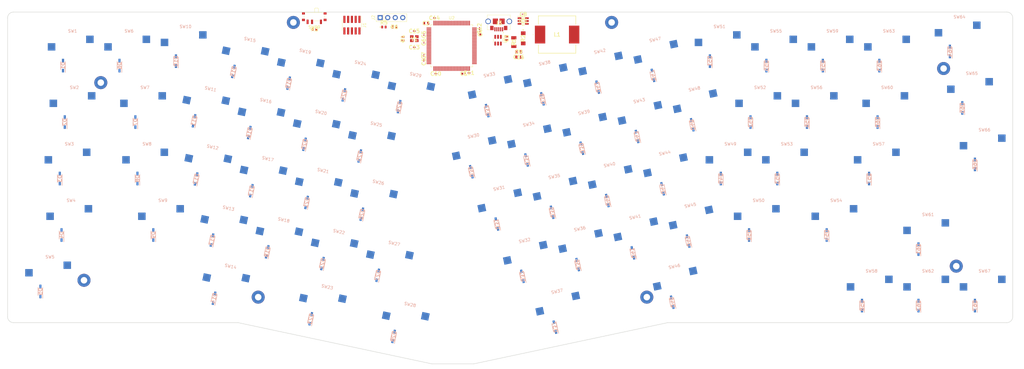
<source format=kicad_pcb>
(kicad_pcb (version 20211014) (generator pcbnew)
  (layers (0 "F.Cu" signal) (1 "In1.Cu" power) (2 "In2.Cu" power) (31 "B.Cu" signal) (34 "B.Paste" user) (35 "F.Paste" user) (36 "B.SilkS" user "B.Silkscreen") (37 "F.SilkS" user "F.Silkscreen") (38 "B.Mask" user) (39 "F.Mask" user) (44 "Edge.Cuts" user))
  (net 0 "")
  (net 1 "GND")
  (net 2 "+5V")
  (net 3 "row0")
  (net 4 "row1")
  (net 5 "row2")
  (net 6 "row3")
  (net 7 "row4")
  (net 11 "OSC_IN")
  (net 12 "OSC_OUT")
  (net 13 "NRST")
  (net 23 "col0")
  (net 24 "col1")
  (net 25 "col2")
  (net 26 "col3")
  (net 27 "col4")
  (net 28 "col5")
  (net 29 "col6")
  (net 43 "Net-(C1-Pad1)")
  (net 44 "col7")
  (net 45 "col8")
  (net 46 "col9")
  (net 47 "col10")
  (net 48 "col11")
  (net 49 "col12")
  (net 50 "col13")
  (net 51 "col14")
  (net 63 "USB_CONN_DP")
  (net 64 "USB_CONN_DM")
  (net 65 "SWDIO")
  (net 66 "Net-(C4-Pad1)")
  (net 67 "SWCLK")
  (net 80 "SWO")
  (net 83 "I2C1_SCL")
  (net 84 "I2C1_SDA")
  (net 85 "BOOT0")
  (net 90 "Net-(C15-Pad1)")
  (net 91 "BUCK_SW")
  (net 92 "BUCK_CB")
  (net 93 "Net-(D1-Pad2)")
  (net 94 "Net-(D2-Pad2)")
  (net 95 "Net-(D3-Pad2)")
  (net 96 "Net-(D4-Pad2)")
  (net 97 "Net-(D5-Pad2)")
  (net 98 "Net-(D6-Pad2)")
  (net 99 "Net-(D7-Pad2)")
  (net 100 "Net-(D8-Pad2)")
  (net 101 "Net-(D9-Pad2)")
  (net 102 "Net-(D10-Pad2)")
  (net 103 "Net-(D11-Pad2)")
  (net 104 "Net-(D12-Pad2)")
  (net 105 "Net-(D13-Pad2)")
  (net 106 "Net-(D14-Pad2)")
  (net 107 "Net-(D15-Pad2)")
  (net 108 "Net-(D16-Pad2)")
  (net 109 "Net-(D17-Pad2)")
  (net 110 "Net-(D18-Pad2)")
  (net 111 "Net-(D19-Pad2)")
  (net 112 "Net-(D20-Pad2)")
  (net 113 "Net-(D21-Pad2)")
  (net 114 "Net-(D22-Pad2)")
  (net 115 "Net-(D23-Pad2)")
  (net 116 "Net-(D24-Pad2)")
  (net 117 "Net-(D25-Pad2)")
  (net 118 "Net-(D26-Pad2)")
  (net 119 "Net-(D27-Pad2)")
  (net 120 "Net-(D28-Pad2)")
  (net 121 "Net-(D29-Pad2)")
  (net 122 "Net-(D30-Pad2)")
  (net 123 "Net-(D31-Pad2)")
  (net 124 "Net-(D32-Pad2)")
  (net 125 "Net-(D33-Pad2)")
  (net 126 "Net-(D34-Pad2)")
  (net 127 "Net-(D35-Pad2)")
  (net 128 "Net-(D36-Pad2)")
  (net 129 "Net-(D37-Pad2)")
  (net 130 "Net-(D38-Pad2)")
  (net 131 "Net-(D39-Pad2)")
  (net 132 "Net-(D40-Pad2)")
  (net 133 "Net-(D41-Pad2)")
  (net 134 "Net-(D42-Pad2)")
  (net 135 "Net-(D43-Pad2)")
  (net 136 "Net-(D44-Pad2)")
  (net 137 "Net-(D45-Pad2)")
  (net 138 "Net-(D46-Pad2)")
  (net 139 "Net-(D47-Pad2)")
  (net 140 "Net-(D48-Pad2)")
  (net 141 "Net-(D49-Pad2)")
  (net 142 "Net-(D50-Pad2)")
  (net 143 "Net-(D51-Pad2)")
  (net 144 "Net-(D52-Pad2)")
  (net 145 "Net-(D53-Pad2)")
  (net 146 "Net-(D54-Pad2)")
  (net 147 "Net-(D55-Pad2)")
  (net 148 "Net-(D56-Pad2)")
  (net 149 "Net-(D57-Pad2)")
  (net 150 "Net-(D58-Pad2)")
  (net 151 "Net-(D59-Pad2)")
  (net 152 "Net-(D60-Pad2)")
  (net 153 "Net-(D61-Pad2)")
  (net 154 "Net-(D62-Pad2)")
  (net 155 "Net-(D63-Pad2)")
  (net 156 "Net-(D64-Pad2)")
  (net 157 "Net-(D65-Pad2)")
  (net 158 "Net-(D66-Pad2)")
  (net 159 "Net-(D67-Pad2)")
  (net 160 "BUCK_FB")
  (net 163 "+3V3")
  (net 167 "Net-(R3-Pad1)")
  (footprint "MX_Switch:SW_Cherry_MX_1.00u_PCB" (layer "F.Cu") (at 286.27165 105.118633)
    (fp_text reference "SW52")
    (fp_text value "SW_Push")
  )
  (footprint "MX_Switch:SW_Cherry_MX_1.00u_PCB" (layer "F.Cu") (at 120.086211 107.630983 -12)
    (fp_text reference "SW16")
    (fp_text value "SW_Push")
  )
  (footprint "stm32f4_2:GRM188R61C475KAAJD" (layer "F.Cu") (at 210.312 90.17 -90)
    (fp_text reference "C3")
    (fp_text value "4.7uF" hide)
  )
  (footprint "Mounting_Holes:MountingHole_2.2mm_M2_Pad" (layer "F.Cu") (at 357.71665 100.356149)
    (fp_text reference "H7")
    (fp_text value "MountingHole")
  )
  (footprint "stm32f4_2:GRM0225C1C100FA03L" (layer "F.Cu") (at 179.158 87.742)
    (fp_text reference "C15")
    (fp_text value "10pF" hide)
  )
  (footprint "MX_Switch:SW_Cherry_MX_1.00u_PCB" (layer "F.Cu") (at 138.719921 111.59171 -12)
    (fp_text reference "SW20")
    (fp_text value "SW_Push")
  )
  (footprint "MX_Switch:SW_Cherry_MX_1.00u_PCB" (layer "F.Cu") (at 253.992329 129.234559 12)
    (fp_text reference "SW44")
    (fp_text value "SW_Push")
  )
  (footprint "MX_Switch:SW_Cherry_MX_1.00u_PCB" (layer "F.Cu") (at 232.095724 94.937626 12)
    (fp_text reference "SW42")
    (fp_text value "SW_Push")
  )
  (footprint "MX_Switch:SW_Cherry_MX_1.00u_PCB" (layer "F.Cu") (at 250.729435 90.976908 12)
    (fp_text reference "SW47")
    (fp_text value "SW_Push")
  )
  (footprint "Mounting_Holes:MountingHole_2.2mm_M2_Pad" (layer "F.Cu") (at 126.496086 177.483001)
    (fp_text reference "H4")
    (fp_text value "MountingHole")
  )
  (footprint "stm32f4_2:ERJ-UP3D1001V" (layer "F.Cu") (at 175.348 90.282 90)
    (fp_text reference "R4")
    (fp_text value "1k" hide)
  )
  (footprint "MX_Switch:SW_Cherry_MX_1.00u_PCB" (layer "F.Cu") (at 323.886599 167.031136)
    (fp_text reference "SW58")
    (fp_text value "SW_Push")
  )
  (footprint "buck-converter:LMR51420XDDCR" (layer "F.Cu") (at 215.9 84.328)
    (fp_text reference "IC1")
    (fp_text value "LMR51420XDDCR" hide)
  )
  (footprint "stm32f4_2:ERJ-UP3F2201V" (layer "F.Cu") (at 172.466 86.36)
    (fp_text reference "R6")
    (fp_text value "2.2k" hide)
  )
  (footprint "MX_Switch:SW_Cherry_MX_1.00u_PCB" (layer "F.Cu") (at 54.35165 86.068633)
    (fp_text reference "SW1")
    (fp_text value "SW_Push")
  )
  (footprint "MX_Switch:SW_Cherry_MX_1.75u_PCB" (layer "F.Cu") (at 46.12415 124.168633)
    (fp_text reference "SW3")
    (fp_text value "SW_Push")
  )
  (footprint "MX_Switch:SW_Cherry_MX_1.00u_PCB" (layer "F.Cu") (at 92.45165 84.568248)
    (fp_text reference "SW10")
    (fp_text value "SW_Push")
  )
  (footprint "MX_Switch:SW_Cherry_MX_1.00u_PCB" (layer "F.Cu") (at 198.091194 141.116712 12)
    (fp_text reference "SW31")
    (fp_text value "SW_Push")
  )
  (footprint "MX_Switch:SW_Cherry_MX_1.00u_PCB" (layer "F.Cu") (at 163.407379 155.790399 -12)
    (fp_text reference "SW27")
    (fp_text value "SW_Push")
  )
  (footprint "MX_Switch:SW_Cherry_MX_1.00u_PCB" (layer "F.Cu") (at 213.462012 98.898343 12)
    (fp_text reference "SW38")
    (fp_text value "SW_Push")
  )
  (footprint "buck-converter:SRP1265WA150M" (layer "F.Cu") (at 227.33 88.9)
    (fp_text reference "L1")
    (fp_text value "15uH" hide)
  )
  (footprint "stm32f4_2:GRM0225C1C100FA03L" (layer "F.Cu") (at 179.158 93.203)
    (fp_text reference "C13")
    (fp_text value "10pF" hide)
  )
  (footprint "stm32f4_2:GRM022R61A104ME01L" (layer "F.Cu") (at 185.956 83.312)
    (fp_text reference "C14")
    (fp_text value "0.1uF" hide)
  )
  (footprint "buck-converter:CHV1206AJW-104ELF" (layer "F.Cu") (at 212.725 91.44 90)
    (fp_text reference "R1")
    (fp_text value "100k" hide)
  )
  (footprint "MX_Switch:SW_Cherry_MX_1.00u_PCB" (layer "F.Cu") (at 235.358617 133.195277 12)
    (fp_text reference "SW40")
    (fp_text value "SW_Push")
  )
  (footprint "MX_Switch:SW_Cherry_MX_1.00u_PCB" (layer "F.Cu") (at 226.739496 115.551725 12)
    (fp_text reference "SW39")
    (fp_text value "SW_Push")
  )
  (footprint "MX_Switch:SW_Cherry_MX_2.25u_PCB_ReversedStabilizers" (layer "F.Cu") (at 314.36165 124.168633)
    (fp_text reference "SW57")
    (fp_text value "SW_Push")
  )
  (footprint "MX_Switch:SW_Cherry_MX_1.00u_PCB" (layer "F.Cu") (at 342.936599 167.031136)
    (fp_text reference "SW62")
    (fp_text value "SW_Push")
  )
  (footprint "MX_Switch:SW_Cherry_MX_1.00u_PCB" (layer "F.Cu") (at 189.472073 123.47316 12)
    (fp_text reference "SW30")
    (fp_text value "SW_Push")
  )
  (footprint "buck-converter:ERJP08F2212V" (layer "F.Cu") (at 215.9 90.17 -90)
    (fp_text reference "R2")
    (fp_text value "22.2k" hide)
  )
  (footprint "MX_Switch:SW_Cherry_MX_2.00u_PCB_ReversedStabilizers" (layer "F.Cu") (at 131.496086 168.483001 -12)
    (fp_text reference "SW23")
    (fp_text value "SW_Push")
  )
  (footprint "Button_Switch_SMD:SW_SPDT_PCM12" (layer "F.Cu") (at 145.415 83.185 180)
    (fp_text reference "SW99")
    (fp_text value "SW_SPDT")
  )
  (footprint "MX_Switch:SW_Cherry_MX_1.00u_PCB" (layer "F.Cu") (at 84.81165 143.218633)
    (fp_text reference "SW9")
    (fp_text value "SW_Push")
  )
  (footprint "stm32f4_2:GRM022R61A104ME01L" (layer "F.Cu") (at 182.372 96.012 -90)
    (fp_text reference "C7")
    (fp_text value "0.1uF" hide)
  )
  (footprint "stm32f4_2:GRM022R61A104ME01L" (layer "F.Cu") (at 215.9 82.042 180)
    (fp_text reference "C8")
    (fp_text value "0.1uF" hide)
  )
  (footprint "Connector_PinHeader_1.27mm:PinHeader_2x05_P1.27mm_Vertical_SMD" (layer "F.Cu") (at 158.115 85.725 -90)
    (fp_text reference "J1")
    (fp_text value "Debug SWD Connector")
  )
  (footprint "MX_Switch:SW_Cherry_MX_1.50u_PCB" (layer "F.Cu") (at 324.37915 105.118633)
    (fp_text reference "SW60")
    (fp_text value "SW_Push")
  )
  (footprint "MX_Switch:SW_Cherry_MX_1.50u_PCB" (layer "F.Cu") (at 50.18915 105.118633)
    (fp_text reference "SW2")
    (fp_text value "SW_Push")
  )
  (footprint "Mounting_Holes:MountingHole_2.2mm_M2_Pad" (layer "F.Cu") (at 138.36387 84.806142)
    (fp_text reference "H3")
    (fp_text value "MountingHole")
  )
  (footprint "stm32f4_2:GRM155R61E225KE11D" (layer "F.Cu") (at 195.834 102.108 180)
    (fp_text reference "C1")
    (fp_text value "2.2uF" hide)
  )
  (footprint "MX_Switch:SW_Cherry_MX_1.00u_PCB" (layer "F.Cu") (at 245.373208 111.591007 12)
    (fp_text reference "SW43")
    (fp_text value "SW_Push")
  )
  (footprint "stm32f4_2:GRM155R61E225KE11D" (layer "F.Cu") (at 201.422 88.392 -90)
    (fp_text reference "C4")
    (fp_text value "2.2uF" hide)
  )
  (footprint "MX_Switch:SW_Cherry_MX_1.00u_PCB" (layer "F.Cu") (at 208.105784 119.512442 12)
    (fp_text reference "SW34")
    (fp_text value "SW_Push")
  )
  (footprint "MX_Switch:SW_Cherry_MX_1.00u_PCB" (layer "F.Cu") (at 361.986599 167.031136)
    (fp_text reference "SW67")
    (fp_text value "SW_Push")
  )
  (footprint "MX_Switch:SW_Cherry_MX_1.00u_PCB" (layer "F.Cu") (at 144.773669 151.829672 -12)
    (fp_text reference "SW22")
    (fp_text value "SW_Push")
  )
  (footprint "stm32f4_2:ERJ-UP3F2201V" (layer "F.Cu") (at 168.91 86.36)
    (fp_text reference "R5")
    (fp_text value "2.2k" hide)
  )
  (footprint "MX_Switch:SW_Cherry_MX_1.00u_PCB" (layer "F.Cu") (at 126.13996 147.868945 -12)
    (fp_text reference "SW18")
    (fp_text value "SW_Push")
  )
  (footprint "MX_Switch:SW_Cherry_MX_1.00u_PCB" (layer "F.Cu") (at 157.353631 115.552437 -12)
    (fp_text reference "SW25")
    (fp_text value "SW_Push")
  )
  (footprint "buck-converter:GRMJN7R61C206ME05D" (layer "F.Cu") (at 214.376 94.742)
    (fp_text reference "C9")
    (fp_text value "20uF" hide)
  )
  (footprint "MX_Switch:SW_Cherry_MX_1.00u_PCB" (layer "F.Cu") (at 78.76165 105.118633)
    (fp_text reference "SW7")
    (fp_text value "SW_Push")
  )
  (footprint "Mounting_Holes:MountingHole_2.2mm_M2_Pad" (layer "F.Cu") (at 245.729435 84.806142)
    (fp_text reference "H5")
    (fp_text value "MountingHole")
  )
  (footprint "MX_Switch:SW_Cherry_MX_1.00u_PCB" (layer "F.Cu") (at 243.977738 150.838829 12)
    (fp_text reference "SW41")
    (fp_text value "SW_Push")
  )
  (footprint "stm32f4_2:USB307530A" (layer "F.Cu") (at 207.645 84.455 180)
    (fp_text reference "J3")
    (fp_text value "USB_B_Micro" hide)
  )
  (footprint "MX_Switch:SW_Cherry_MX_1.50u_PCB" (layer "F.Cu") (at 103.545523 162.541928 -12)
    (fp_text reference "SW14")
    (fp_text value "SW_Push")
  )
  (footprint "stm32f4_2:GRM022R61A104ME01L" (layer "F.Cu") (at 182.372 91.44 90)
    (fp_text reference "C6")
    (fp_text value "0.1uF" hide)
  )
  (footprint "Mounting_Holes:MountingHole_2.2mm_M2_Pad" (layer "F.Cu") (at 361.986599 167.031136)
    (fp_text reference "H8")
    (fp_text value "MountingHole")
  )
  (footprint "MX_Switch:SW_Cherry_MX_1.00u_PCB" (layer "F.Cu") (at 225.344027 154.799546 12)
    (fp_text reference "SW36")
    (fp_text value "SW_Push")
  )
  (footprint "Connector_PinHeader_2.54mm:PinHeader_1x04_P2.54mm_Vertical" (layer "F.Cu") (at 167.65 83.185 90)
    (fp_text reference "J2")
    (fp_text value "Hotplug")
  )
  (footprint "MX_Switch:SW_Cherry_MX_1.00u_PCB" (layer "F.Cu") (at 272.58165 84.568248)
    (fp_text reference "SW51")
    (fp_text value "SW_Push")
  )
  (footprint "MX_Switch:SW_Cherry_MX_1.75u_PCB" (layer "F.Cu") (at 304.836669 143.218631)
    (fp_text reference "SW54")
    (fp_text value "SW_Push")
  )
  (footprint "MX_Switch:SW_Cherry_MX_1.00u_PCB" (layer "F.Cu") (at 329.73165 86.068633)
    (fp_text reference "SW63")
    (fp_text value "SW_Push")
  )
  (footprint "MX_Switch:SW_Cherry_MX_1.00u_PCB" (layer "F.Cu") (at 133.36387 90.977632 -12)
    (fp_text reference "SW19")
    (fp_text value "SW_Push")
  )
  (footprint "MX_Switch:SW_Cherry_MX_1.00u_PCB" (layer "F.Cu") (at 291.63165 86.068633)
    (fp_text reference "SW55")
    (fp_text value "SW_Push")
  )
  (footprint "Package_QFP:LQFP-100_14x14mm_P0.5mm" (layer "F.Cu") (at 191.77 92.71)
    (fp_text reference "U2")
    (fp_text value "STM32F407VGT6")
  )
  (footprint "MX_Switch:SW_Cherry_MX_1.00u_PCB" (layer "F.Cu") (at 295.31165 124.168633)
    (fp_text reference "SW53")
    (fp_text value "SW_Push")
  )
  (footprint "MX_Switch:SW_Cherry_MX_1.00u_PCB" (layer "F.Cu") (at 285.786669 143.218631)
    (fp_text reference "SW50")
    (fp_text value "SW_Push")
  )
  (footprint "stm32f4_2:ECS-160-10-30B-CKM-TR" (layer "F.Cu") (at 179.158 90.282)
    (fp_text reference "Y1")
    (fp_text value "16MHz" hide)
  )
  (footprint "MX_Switch:SW_Cherry_MX_1.00u_PCB" (layer "F.Cu") (at 168.763516 176.404428 -12)
    (fp_text reference "SW28")
    (fp_text value "SW_Push")
  )
  (footprint "Mounting_Holes:MountingHole_2.2mm_M2_Pad" (layer "F.Cu") (at 73.40165 105.118633)
    (fp_text reference "H1" hide)
    (fp_text value "MountingHole")
  )
  (footprint "MX_Switch:SW_Cherry_MX_1.00u_PCB" (layer "F.Cu") (at 262.61145 146.878111 12)
    (fp_text reference "SW45")
    (fp_text value "SW_Push")
  )
  (footprint "MX_Switch:SW_Cherry_MX_1.00u_PCB" (layer "F.Cu") (at 276.26165 124.168633)
    (fp_text reference "SW49")
    (fp_text value "SW_Push")
  )
  (footprint "MX_Switch:SW_Cherry_MX_1.50u_PCB" (layer "F.Cu") (at 41.95915 162.268633)
    (fp_text reference "SW5")
    (fp_text value "SW_Push")
  )
  (footprint "MX_Switch:SW_Cherry_MX_1.00u_PCB" (layer "F.Cu") (at 342.936599 147.981136)
    (fp_text reference "SW61")
    (fp_text value "SW_Push")
  )
  (footprint "MX_Switch:SW_Cherry_MX_1.00u_PCB" (layer "F.Cu") (at 79.46165 124.168633)
    (fp_text reference "SW8")
    (fp_text value "SW_Push")
  )
  (footprint "MX_Switch:SW_Cherry_MX_1.00u_PCB" (layer "F.Cu") (at 158.051298 135.176331 -12)
    (fp_text reference "SW26")
    (fp_text value "SW_Push")
  )
  (footprint "Package_TO_SOT_SMD:SOT-23-6" (layer "F.Cu") (at 207.41 90.805 -90)
    (fp_text reference "U1")
    (fp_text value "USBLC6-4SC6")
  )
  (footprint "MX_Switch:SW_Cherry_MX_2.75u_PCB_ReversedStabilizers" (layer "F.Cu") (at 201.354203 179.374302 12)
    (fp_text reference "SW37")
    (fp_text value "SW_Push")
  )
  (footprint "buck-converter:GRMJN7R61C206ME05D" (layer "F.Cu") (at 214.376 96.52)
    (fp_text reference "C16")
    (fp_text value "20uF" hide)
  )
  (footprint "MX_Switch:SW_Cherry_MX_1.00u_PCB" (layer "F.Cu") (at 107.50625 143.908219 -12)
    (fp_text reference "SW13")
    (fp_text value "SW_Push")
  )
  (footprint "stm32f4_2:GRM022R61A104ME01L" (layer "F.Cu") (at 182.372 97.536 -90)
    (fp_text reference "C17")
    (fp_text value "0.1uF" hide)
  )
  (footprint "Mounting_Holes:MountingHole_2.2mm_M2_Pad" (layer "F.Cu") (at 257.596916 177.482353)
    (fp_text reference "H6")
    (fp_text value "MountingHole")
  )
  (footprint "MX_Switch:SW_Cherry_MX_1.00u_PCB" (layer "F.Cu") (at 310.68165 86.068633)
    (fp_text reference "SW59")
    (fp_text value "SW_Push")
  )
  (footprint "MX_Switch:SW_Cherry_MX_1.00u_PCB" (layer "F.Cu") (at 361.986599 119.406152)
    (fp_text reference "SW66")
    (fp_text value "SW_Push")
  )
  (footprint "MX_Switch:SW_Cherry_MX_2.25u_PCB" (layer "F.Cu") (at 41.94915 143.218633)
    (fp_text reference "SW4")
    (fp_text value "SW_Push")
  )
  (footprint "stm32f4_2:GRM022R61A104ME01L" (layer "F.Cu") (at 201.168 86.868 -90)
    (fp_text reference "C12")
    (fp_text value "0.1uF" hide)
  )
  (footprint "MX_Switch:SW_Cherry_MX_1.00u_PCB" (layer "F.Cu") (at 101.452501 103.670257 -12)
    (fp_text reference "SW11")
    (fp_text value "SW_Push")
  )
  (footprint "MX_Switch:SW_Cherry_MX_1.00u_PCB" (layer "F.Cu") (at 139.417588 131.215604 -12)
    (fp_text reference "SW21")
    (fp_text value "SW_Push")
  )
  (footprint "MX_Switch:SW_Cherry_MX_1.00u_PCB" (layer "F.Cu") (at 357.71665 100.356149)
    (fp_text reference "SW65")
    (fp_text value "SW_Push")
  )
  (footprint "MX_Switch:SW_Cherry_MX_1.00u_PCB" (layer "F.Cu") (at 206.710315 158.760264 12)
    (fp_text reference "SW32")
    (fp_text value "SW_Push")
  )
  (footprint "MX_Switch:SW_Cherry_MX_1.00u_PCB" (layer "F.Cu") (at 102.150168 123.29415 -12)
    (fp_text reference "SW12")
    (fp_text value "SW_Push")
  )
  (footprint "MX_Switch:SW_Cherry_MX_1.00u_PCB" (layer "F.Cu") (at 353.544192 81.306142)
    (fp_text reference "SW64")
    (fp_text value "SW_Push")
  )
  (footprint "MX_Switch:SW_Cherry_MX_1.50u_PCB" (layer "F.Cu") (at 252.596909 168.482341 12)
    (fp_text reference "SW46")
    (fp_text value "SW_Push")
  )
  (footprint "MX_Switch:SW_Cherry_MX_1.00u_PCB" (layer "F.Cu") (at 120.783878 127.254877 -12)
    (fp_text reference "SW17")
    (fp_text value "SW_Push")
  )
  (footprint "MX_Switch:SW_Cherry_MX_1.00u_PCB" (layer "F.Cu") (at 216.724905 137.155994 12)
    (fp_text reference "SW35")
    (fp_text value "SW_Push")
  )
  (footprint "MX_Switch:SW_Cherry_MX_1.00u_PCB" (layer "F.Cu") (at 264.00692 107.630289 12)
    (fp_text reference "SW48")
    (fp_text value "SW_Push")
  )
  (footprint "MX_Switch:SW_Cherry_MX_1.00u_PCB" (layer "F.Cu") (at 170.631294 98.899067 -12)
    (fp_text reference "SW29")
    (fp_text value "SW_Push")
  )
  (footprint "MX_Switch:SW_Cherry_MX_1.00u_PCB" (layer "F.Cu") (at 305.32165 105.118633)
    (fp_text reference "SW56")
    (fp_text value "SW_Push")
  )
  (footprint "MX_Switch:SW_Cherry_MX_1.00u_PCB" (layer "F.Cu") (at 151.997582 94.93835 -12)
    (fp_text reference "SW24")
    (fp_text value "SW_Push")
  )
  (footprint "stm32f4_2:GRM188R61C475KAAJD" (layer "F.Cu") (at 183.134 85.09 180)
    (fp_text reference "C2")
    (fp_text value "4.7uF" hide)
  )
  (footprint "stm32f4_2:GRM022R61A104ME01L" (layer "F.Cu") (at 197.612 101.854 180)
    (fp_text reference "C11")
    (fp_text value "0.1uF" hide)
  )
  (footprint "stm32f4_2:ERJ-UP3F1002V" (layer "F.Cu") (at 145.542 87.122)
    (fp_text reference "R3")
    (fp_text value "10k" hide)
  )
  (footprint "MX_Switch:SW_Cherry_MX_1.00u_PCB" (layer "F.Cu") (at 114.730159 87.016914 -12)
    (fp_text reference "SW15")
    (fp_text value "SW_Push")
  )
  (footprint "MX_Switch:SW_Cherry_MX_1.00u_PCB" (layer "F.Cu") (at 194.8283 102.859061 12)
    (fp_text reference "SW33")
    (fp_text value "SW_Push")
  )
  (footprint "Mounting_Holes:MountingHole_2.2mm_M2_Pad" (layer "F.Cu") (at 67.73415 171.793633)
    (fp_text reference "H2")
    (fp_text value "MountingHole")
  )
  (footprint "stm32f4_2:GRM022R61A104ME01L" (layer "F.Cu") (at 186.436 102.108 180)
    (fp_text reference "C10")
    (fp_text value "0.1uF" hide)
  )
  (footprint "MX_Switch:SW_Cherry_MX_1.00u_PCB" (layer "F.Cu") (at 73.40165 86.068633)
    (fp_text reference "SW6")
    (fp_text value "SW_Push")
  )
  (footprint "stm32f4_2:GRM022R61A104ME01L" (layer "F.Cu") (at 182.372 88.872 90)
    (fp_text reference "C5")
    (fp_text value "0.1uF" hide)
  )
  (footprint "DIODES_KEEB_2:1N4148W-13-F" (layer "B.Cu") (at 160.753631 129.872437 78)
    (fp_text reference "D25")
    (fp_text value "D" hide)
  )
  (footprint "DIODES_KEEB_2:1N4148W-13-F" (layer "B.Cu") (at 266.183352 179.192159 102)
    (fp_text reference "D46")
    (fp_text value "D" hide)
  )
  (footprint "DIODES_KEEB_2:1N4148W-13-F" (layer "B.Cu") (at 316.98165 99.368633 90)
    (fp_text reference "D59")
    (fp_text value "D" hide)
  )
  (footprint "DIODES_KEEB_2:1N4148W-13-F" (layer "B.Cu") (at 110.90625 158.228219 78)
    (fp_text reference "D13")
    (fp_text value "D" hide)
  )
  (footprint "DIODES_KEEB_2:1N4148W-13-F" (layer "B.Cu") (at 85.06165 118.418633 90)
    (fp_text reference "D7")
    (fp_text value "D" hide)
  )
  (footprint "DIODES_KEEB_2:1N4148W-13-F" (layer "B.Cu") (at 129.53996 162.188945 78)
    (fp_text reference "D18")
    (fp_text value "D" hide)
  )
  (footprint "DIODES_KEEB_2:1N4148W-13-F" (layer "B.Cu") (at 61.25165 118.418633 90)
    (fp_text reference "D2")
    (fp_text value "D" hide)
  )
  (footprint "DIODES_KEEB_2:1N4148W-13-F" (layer "B.Cu") (at 161.451298 149.496331 78)
    (fp_text reference "D26")
    (fp_text value "D" hide)
  )
  (footprint "DIODES_KEEB_2:1N4148W-13-F" (layer "B.Cu") (at 368.286599 180.331136 90)
    (fp_text reference "D67")
    (fp_text value "D" hide)
  )
  (footprint "DIODES_KEEB_2:1N4148W-13-F" (layer "B.Cu") (at 252.905738 162.538829 102)
    (fp_text reference "D41")
    (fp_text value "D" hide)
  )
  (footprint "DIODES_KEEB_2:1N4148W-13-F" (layer "B.Cu") (at 332.5679 137.468633 90)
    (fp_text reference "D57")
    (fp_text value "D" hide)
  )
  (footprint "DIODES_KEEB_2:1N4148W-13-F" (layer "B.Cu") (at 123.486211 121.950983 78)
    (fp_text reference "D16")
    (fp_text value "D" hide)
  )
  (footprint "DIODES_KEEB_2:1N4148W-13-F" (layer "B.Cu") (at 124.183878 141.574877 78)
    (fp_text reference "D17")
    (fp_text value "D" hide)
  )
  (footprint "DIODES_KEEB_2:1N4148W-13-F" (layer "B.Cu") (at 85.76165 137.468633 90)
    (fp_text reference "D8")
    (fp_text value "D" hide)
  )
  (footprint "DIODES_KEEB_2:1N4148W-13-F" (layer "B.Cu") (at 234.272027 166.499546 102)
    (fp_text reference "D36")
    (fp_text value "D" hide)
  )
  (footprint "DIODES_KEEB_2:1N4148W-13-F" (layer "B.Cu") (at 359.844192 94.606142 90)
    (fp_text reference "D64")
    (fp_text value "D" hide)
  )
  (footprint "DIODES_KEEB_2:1N4148W-13-F" (layer "B.Cu") (at 174.031294 113.219067 78)
    (fp_text reference "D29")
    (fp_text value "D" hide)
  )
  (footprint "DIODES_KEEB_2:1N4148W-13-F" (layer "B.Cu") (at 349.236599 180.331136 90)
    (fp_text reference "D62")
    (fp_text value "D" hide)
  )
  (footprint "DIODES_KEEB_2:1N4148W-13-F" (layer "B.Cu") (at 203.7563 114.559061 102)
    (fp_text reference "D33")
    (fp_text value "D" hide)
  )
  (footprint "DIODES_KEEB_2:1N4148W-13-F" (layer "B.Cu") (at 105.550168 137.61415 78)
    (fp_text reference "D12")
    (fp_text value "D" hide)
  )
  (footprint "DIODES_KEEB_2:1N4148W-13-F" (layer "B.Cu") (at 271.53945 158.578111 102)
    (fp_text reference "D45")
    (fp_text value "D" hide)
  )
  (footprint "DIODES_KEEB_2:1N4148W-13-F" (layer "B.Cu") (at 144.212943 184.783382 78)
    (fp_text reference "D23")
    (fp_text value "D" hide)
  )
  (footprint "DIODES_KEEB_2:1N4148W-13-F" (layer "B.Cu") (at 118.130159 101.336914 78)
    (fp_text reference "D15")
    (fp_text value "D" hide)
  )
  (footprint "DIODES_KEEB_2:1N4148W-13-F" (layer "B.Cu") (at 278.88165 97.868248 90)
    (fp_text reference "D51")
    (fp_text value "D" hide)
  )
  (footprint "DIODES_KEEB_2:1N4148W-13-F" (layer "B.Cu") (at 104.852501 117.990257 78)
    (fp_text reference "D11")
    (fp_text value "D" hide)
  )
  (footprint "DIODES_KEEB_2:1N4148W-13-F" (layer "B.Cu") (at 241.023724 106.637626 102)
    (fp_text reference "D42")
    (fp_text value "D" hide)
  )
  (footprint "DIODES_KEEB_2:1N4148W-13-F" (layer "B.Cu") (at 282.56165 137.468633 90)
    (fp_text reference "D49")
    (fp_text value "D" hide)
  )
  (footprint "DIODES_KEEB_2:1N4148W-13-F" (layer "B.Cu") (at 244.286617 144.895277 102)
    (fp_text reference "D40")
    (fp_text value "D" hide)
  )
  (footprint "DIODES_KEEB_2:1N4148W-13-F" (layer "B.Cu") (at 217.033784 131.212442 102)
    (fp_text reference "D34")
    (fp_text value "D" hide)
  )
  (footprint "DIODES_KEEB_2:1N4148W-13-F" (layer "B.Cu") (at 215.638315 170.460264 102)
    (fp_text reference "D32")
    (fp_text value "D" hide)
  )
  (footprint "DIODES_KEEB_2:1N4148W-13-F" (layer "B.Cu") (at 364.01665 113.656149 90)
    (fp_text reference "D65")
    (fp_text value "D" hide)
  )
  (footprint "DIODES_KEEB_2:1N4148W-13-F" (layer "B.Cu") (at 136.76387 105.297632 78)
    (fp_text reference "D19")
    (fp_text value "D" hide)
  )
  (footprint "DIODES_KEEB_2:1N4148W-13-F" (layer "B.Cu") (at 198.400073 135.17316 102)
    (fp_text reference "D30")
    (fp_text value "D" hide)
  )
  (footprint "DIODES_KEEB_2:1N4148W-13-F" (layer "B.Cu") (at 311.62165 118.418633 90)
    (fp_text reference "D56")
    (fp_text value "D" hide)
  )
  (footprint "DIODES_KEEB_2:1N4148W-13-F" (layer "B.Cu") (at 60.1554 156.518633 90)
    (fp_text reference "D4")
    (fp_text value "D" hide)
  )
  (footprint "DIODES_KEEB_2:1N4148W-13-F" (layer "B.Cu") (at 297.93165 99.368633 90)
    (fp_text reference "D55")
    (fp_text value "D" hide)
  )
  (footprint "DIODES_KEEB_2:1N4148W-13-F" (layer "B.Cu") (at 226.586716 187.608671 102)
    (fp_text reference "D37")
    (fp_text value "D" hide)
  )
  (footprint "DIODES_KEEB_2:1N4148W-13-F" (layer "B.Cu") (at 172.163516 190.724428 78)
    (fp_text reference "D28")
    (fp_text value "D" hide)
  )
  (footprint "DIODES_KEEB_2:1N4148W-13-F" (layer "B.Cu") (at 318.280419 156.518631 90)
    (fp_text reference "D54")
    (fp_text value "D" hide)
  )
  (footprint "DIODES_KEEB_2:1N4148W-13-F" (layer "B.Cu") (at 166.807379 170.110399 78)
    (fp_text reference "D27")
    (fp_text value "D" hide)
  )
  (footprint "DIODES_KEEB_2:1N4148W-13-F" (layer "B.Cu") (at 53.02165 175.568633 90)
    (fp_text reference "D5")
    (fp_text value "D" hide)
  )
  (footprint "DIODES_KEEB_2:1N4148W-13-F" (layer "B.Cu") (at 222.390012 110.598343 102)
    (fp_text reference "D38")
    (fp_text value "D" hide)
  )
  (footprint "DIODES_KEEB_2:1N4148W-13-F" (layer "B.Cu") (at 207.019194 152.816712 102)
    (fp_text reference "D31")
    (fp_text value "D" hide)
  )
  (footprint "DIODES_KEEB_2:1N4148W-13-F" (layer "B.Cu") (at 148.173669 166.149672 78)
    (fp_text reference "D22")
    (fp_text value "D" hide)
  )
  (footprint "DIODES_KEEB_2:1N4148W-13-F" (layer "B.Cu") (at 254.301208 123.291007 102)
    (fp_text reference "D43")
    (fp_text value "D" hide)
  )
  (footprint "DIODES_KEEB_2:1N4148W-13-F" (layer "B.Cu") (at 272.93492 119.330289 102)
    (fp_text reference "D48")
    (fp_text value "D" hide)
  )
  (footprint "DIODES_KEEB_2:1N4148W-13-F" (layer "B.Cu") (at 111.603951 177.852107 78)
    (fp_text reference "D14")
    (fp_text value "D" hide)
  )
  (footprint "DIODES_KEEB_2:1N4148W-13-F" (layer "B.Cu") (at 292.57165 118.418633 90)
    (fp_text reference "D52")
    (fp_text value "D" hide)
  )
  (footprint "DIODES_KEEB_2:1N4148W-13-F" (layer "B.Cu") (at 155.397582 109.25835 78)
    (fp_text reference "D24")
    (fp_text value "D" hide)
  )
  (footprint "DIODES_KEEB_2:1N4148W-13-F" (layer "B.Cu") (at 79.70165 99.368633 90)
    (fp_text reference "D6")
    (fp_text value "D" hide)
  )
  (footprint "DIODES_KEEB_2:1N4148W-13-F" (layer "B.Cu") (at 91.11165 156.518633 90)
    (fp_text reference "D9")
    (fp_text value "D" hide)
  )
  (footprint "DIODES_KEEB_2:1N4148W-13-F" (layer "B.Cu") (at 59.5679 137.468633 90)
    (fp_text reference "D3")
    (fp_text value "D" hide)
  )
  (footprint "DIODES_KEEB_2:1N4148W-13-F" (layer "B.Cu") (at 235.667496 127.251725 102)
    (fp_text reference "D39")
    (fp_text value "D" hide)
  )
  (footprint "DIODES_KEEB_2:1N4148W-13-F" (layer "B.Cu") (at 349.236599 161.281136 90)
    (fp_text reference "D61")
    (fp_text value "D" hide)
  )
  (footprint "DIODES_KEEB_2:1N4148W-13-F" (layer "B.Cu") (at 368.286599 132.706152 90)
    (fp_text reference "D66")
    (fp_text value "D" hide)
  )
  (footprint "DIODES_KEEB_2:1N4148W-13-F" (layer "B.Cu") (at 335.44165 118.418633 90)
    (fp_text reference "D60")
    (fp_text value "D" hide)
  )
  (footprint "DIODES_KEEB_2:1N4148W-13-F" (layer "B.Cu") (at 330.186599 180.331136 90)
    (fp_text reference "D58")
    (fp_text value "D" hide)
  )
  (footprint "DIODES_KEEB_2:1N4148W-13-F" (layer "B.Cu") (at 292.086669 156.518631 90)
    (fp_text reference "D50")
    (fp_text value "D" hide)
  )
  (footprint "DIODES_KEEB_2:1N4148W-13-F" (layer "B.Cu") (at 336.03165 99.368633 90)
    (fp_text reference "D63")
    (fp_text value "D" hide)
  )
  (footprint "DIODES_KEEB_2:1N4148W-13-F" (layer "B.Cu") (at 98.75165 97.868248 90)
    (fp_text reference "D10")
    (fp_text value "D" hide)
  )
  (footprint "DIODES_KEEB_2:1N4148W-13-F" (layer "B.Cu") (at 259.657435 102.676908 102)
    (fp_text reference "D47")
    (fp_text value "D" hide)
  )
  (footprint "DIODES_KEEB_2:1N4148W-13-F" (layer "B.Cu") (at 225.652905 148.855994 102)
    (fp_text reference "D35")
    (fp_text value "D" hide)
  )
  (footprint "DIODES_KEEB_2:1N4148W-13-F" (layer "B.Cu") (at 262.920329 140.934559 102)
    (fp_text reference "D44")
    (fp_text value "D" hide)
  )
  (footprint "DIODES_KEEB_2:1N4148W-13-F" (layer "B.Cu") (at 142.119921 125.91171 78)
    (fp_text reference "D20")
    (fp_text value "D" hide)
  )
  (footprint "DIODES_KEEB_2:1N4148W-13-F" (layer "B.Cu") (at 60.65165 99.368633 90)
    (fp_text reference "D1")
    (fp_text value "D" hide)
  )
  (footprint "DIODES_KEEB_2:1N4148W-13-F" (layer "B.Cu") (at 142.817588 145.535604 78)
    (fp_text reference "D21")
    (fp_text value "D" hide)
  )
  (footprint "DIODES_KEEB_2:1N4148W-13-F" (layer "B.Cu") (at 301.61165 137.468633 90)
    (fp_text reference "D53")
    (fp_text value "D" hide)
  )
  (gr_arc (start 381.036599 184.081136) (mid 380.450813 185.49535) (end 379.036599 186.081136) (layer "Edge.Cuts") (width 0.15))
  (gr_line (start 43.94915 81.306142) (end 379.036599 81.306142) (layer "Edge.Cuts") (width 0.15))
  (gr_line (start 199.16665 199.998865) (end 264.64665 186.081136) (layer "Edge.Cuts") (width 0.15))
  (gr_line (start 185.13665 199.998865) (end 199.16665 199.998865) (layer "Edge.Cuts") (width 0.15))
  (gr_line (start 119.66335 186.081136) (end 185.13665 199.998865) (layer "Edge.Cuts") (width 0.15))
  (gr_line (start 43.94915 186.081136) (end 119.66335 186.081136) (layer "Edge.Cuts") (width 0.15))
  (gr_arc (start 41.94915 83.306142) (mid 42.534936 81.891928) (end 43.94915 81.306142) (layer "Edge.Cuts") (width 0.15))
  (gr_line (start 264.64665 186.081136) (end 379.036599 186.081136) (layer "Edge.Cuts") (width 0.15))
  (gr_arc (start 43.94915 186.081136) (mid 42.534936 185.49535) (end 41.94915 184.081136) (layer "Edge.Cuts") (width 0.15))
  (gr_arc (start 379.036599 81.306142) (mid 380.450813 81.891928) (end 381.036599 83.306142) (layer "Edge.Cuts") (width 0.15))
  (gr_line (start 381.036599 83.306142) (end 381.036599 184.081136) (layer "Edge.Cuts") (width 0.15))
  (gr_line (start 41.94915 83.306142) (end 41.94915 184.081136) (layer "Edge.Cuts") (width 0.15))
)
</source>
